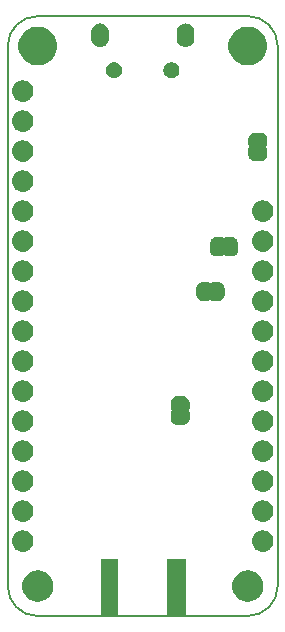
<source format=gbs>
G04 #@! TF.GenerationSoftware,KiCad,Pcbnew,(5.1.2-1)-1*
G04 #@! TF.CreationDate,2019-07-04T12:10:22+02:00*
G04 #@! TF.ProjectId,TLM-breakout-v1_2,544c4d2d-6272-4656-916b-6f75742d7631,1.1*
G04 #@! TF.SameCoordinates,Original*
G04 #@! TF.FileFunction,Soldermask,Bot*
G04 #@! TF.FilePolarity,Negative*
%FSLAX46Y46*%
G04 Gerber Fmt 4.6, Leading zero omitted, Abs format (unit mm)*
G04 Created by KiCad (PCBNEW (5.1.2-1)-1) date 2019-07-04 12:10:22*
%MOMM*%
%LPD*%
G04 APERTURE LIST*
%ADD10C,0.150000*%
%ADD11C,0.100000*%
G04 APERTURE END LIST*
D10*
X127000000Y-119380000D02*
G75*
G02X124460000Y-116840000I0J2540000D01*
G01*
X147320000Y-116840000D02*
G75*
G02X144780000Y-119380000I-2540000J0D01*
G01*
X144780000Y-68580000D02*
G75*
G02X147320000Y-71120000I0J-2540000D01*
G01*
X124460000Y-71120000D02*
G75*
G02X127000000Y-68580000I2540000J0D01*
G01*
X124460000Y-116840000D02*
X124460000Y-71120000D01*
X144780000Y-119380000D02*
X127000000Y-119380000D01*
X147320000Y-71120000D02*
X147320000Y-116840000D01*
X127000000Y-68580000D02*
X144780000Y-68580000D01*
D11*
G36*
X139516000Y-119391000D02*
G01*
X137914000Y-119391000D01*
X137914000Y-114589000D01*
X139516000Y-114589000D01*
X139516000Y-119391000D01*
X139516000Y-119391000D01*
G37*
G36*
X133791000Y-119391000D02*
G01*
X132339000Y-119391000D01*
X132339000Y-114589000D01*
X133791000Y-114589000D01*
X133791000Y-119391000D01*
X133791000Y-119391000D01*
G37*
G36*
X145037714Y-115540382D02*
G01*
X145165322Y-115565765D01*
X145306148Y-115624097D01*
X145405727Y-115665344D01*
X145405728Y-115665345D01*
X145622089Y-115809912D01*
X145806088Y-115993911D01*
X145902685Y-116138479D01*
X145950656Y-116210273D01*
X145991903Y-116309852D01*
X146050235Y-116450678D01*
X146101000Y-116705893D01*
X146101000Y-116966107D01*
X146050235Y-117221322D01*
X145991903Y-117362148D01*
X145950656Y-117461727D01*
X145950655Y-117461728D01*
X145806088Y-117678089D01*
X145622089Y-117862088D01*
X145477521Y-117958685D01*
X145405727Y-118006656D01*
X145306148Y-118047903D01*
X145165322Y-118106235D01*
X145037715Y-118131617D01*
X144910109Y-118157000D01*
X144649891Y-118157000D01*
X144522285Y-118131617D01*
X144394678Y-118106235D01*
X144253852Y-118047903D01*
X144154273Y-118006656D01*
X144082479Y-117958685D01*
X143937911Y-117862088D01*
X143753912Y-117678089D01*
X143609345Y-117461728D01*
X143609344Y-117461727D01*
X143568097Y-117362148D01*
X143509765Y-117221322D01*
X143459000Y-116966107D01*
X143459000Y-116705893D01*
X143509765Y-116450678D01*
X143568097Y-116309852D01*
X143609344Y-116210273D01*
X143657315Y-116138479D01*
X143753912Y-115993911D01*
X143937911Y-115809912D01*
X144154272Y-115665345D01*
X144154273Y-115665344D01*
X144253852Y-115624097D01*
X144394678Y-115565765D01*
X144522286Y-115540382D01*
X144649891Y-115515000D01*
X144910109Y-115515000D01*
X145037714Y-115540382D01*
X145037714Y-115540382D01*
G37*
G36*
X127257714Y-115540382D02*
G01*
X127385322Y-115565765D01*
X127526148Y-115624097D01*
X127625727Y-115665344D01*
X127625728Y-115665345D01*
X127842089Y-115809912D01*
X128026088Y-115993911D01*
X128122685Y-116138479D01*
X128170656Y-116210273D01*
X128211903Y-116309852D01*
X128270235Y-116450678D01*
X128321000Y-116705893D01*
X128321000Y-116966107D01*
X128270235Y-117221322D01*
X128211903Y-117362148D01*
X128170656Y-117461727D01*
X128170655Y-117461728D01*
X128026088Y-117678089D01*
X127842089Y-117862088D01*
X127697521Y-117958685D01*
X127625727Y-118006656D01*
X127526148Y-118047903D01*
X127385322Y-118106235D01*
X127257715Y-118131617D01*
X127130109Y-118157000D01*
X126869891Y-118157000D01*
X126742285Y-118131617D01*
X126614678Y-118106235D01*
X126473852Y-118047903D01*
X126374273Y-118006656D01*
X126302479Y-117958685D01*
X126157911Y-117862088D01*
X125973912Y-117678089D01*
X125829345Y-117461728D01*
X125829344Y-117461727D01*
X125788097Y-117362148D01*
X125729765Y-117221322D01*
X125679000Y-116966107D01*
X125679000Y-116705893D01*
X125729765Y-116450678D01*
X125788097Y-116309852D01*
X125829344Y-116210273D01*
X125877315Y-116138479D01*
X125973912Y-115993911D01*
X126157911Y-115809912D01*
X126374272Y-115665345D01*
X126374273Y-115665344D01*
X126473852Y-115624097D01*
X126614678Y-115565765D01*
X126742286Y-115540382D01*
X126869891Y-115515000D01*
X127130109Y-115515000D01*
X127257714Y-115540382D01*
X127257714Y-115540382D01*
G37*
G36*
X146160443Y-112131519D02*
G01*
X146226627Y-112138037D01*
X146396466Y-112189557D01*
X146552991Y-112273222D01*
X146588729Y-112302552D01*
X146690186Y-112385814D01*
X146773448Y-112487271D01*
X146802778Y-112523009D01*
X146886443Y-112679534D01*
X146937963Y-112849373D01*
X146955359Y-113026000D01*
X146937963Y-113202627D01*
X146886443Y-113372466D01*
X146802778Y-113528991D01*
X146773448Y-113564729D01*
X146690186Y-113666186D01*
X146588729Y-113749448D01*
X146552991Y-113778778D01*
X146396466Y-113862443D01*
X146226627Y-113913963D01*
X146160443Y-113920481D01*
X146094260Y-113927000D01*
X146005740Y-113927000D01*
X145939557Y-113920481D01*
X145873373Y-113913963D01*
X145703534Y-113862443D01*
X145547009Y-113778778D01*
X145511271Y-113749448D01*
X145409814Y-113666186D01*
X145326552Y-113564729D01*
X145297222Y-113528991D01*
X145213557Y-113372466D01*
X145162037Y-113202627D01*
X145144641Y-113026000D01*
X145162037Y-112849373D01*
X145213557Y-112679534D01*
X145297222Y-112523009D01*
X145326552Y-112487271D01*
X145409814Y-112385814D01*
X145511271Y-112302552D01*
X145547009Y-112273222D01*
X145703534Y-112189557D01*
X145873373Y-112138037D01*
X145939557Y-112131519D01*
X146005740Y-112125000D01*
X146094260Y-112125000D01*
X146160443Y-112131519D01*
X146160443Y-112131519D01*
G37*
G36*
X125840443Y-112131519D02*
G01*
X125906627Y-112138037D01*
X126076466Y-112189557D01*
X126232991Y-112273222D01*
X126268729Y-112302552D01*
X126370186Y-112385814D01*
X126453448Y-112487271D01*
X126482778Y-112523009D01*
X126566443Y-112679534D01*
X126617963Y-112849373D01*
X126635359Y-113026000D01*
X126617963Y-113202627D01*
X126566443Y-113372466D01*
X126482778Y-113528991D01*
X126453448Y-113564729D01*
X126370186Y-113666186D01*
X126268729Y-113749448D01*
X126232991Y-113778778D01*
X126076466Y-113862443D01*
X125906627Y-113913963D01*
X125840443Y-113920481D01*
X125774260Y-113927000D01*
X125685740Y-113927000D01*
X125619557Y-113920481D01*
X125553373Y-113913963D01*
X125383534Y-113862443D01*
X125227009Y-113778778D01*
X125191271Y-113749448D01*
X125089814Y-113666186D01*
X125006552Y-113564729D01*
X124977222Y-113528991D01*
X124893557Y-113372466D01*
X124842037Y-113202627D01*
X124824641Y-113026000D01*
X124842037Y-112849373D01*
X124893557Y-112679534D01*
X124977222Y-112523009D01*
X125006552Y-112487271D01*
X125089814Y-112385814D01*
X125191271Y-112302552D01*
X125227009Y-112273222D01*
X125383534Y-112189557D01*
X125553373Y-112138037D01*
X125619557Y-112131519D01*
X125685740Y-112125000D01*
X125774260Y-112125000D01*
X125840443Y-112131519D01*
X125840443Y-112131519D01*
G37*
G36*
X146160442Y-109591518D02*
G01*
X146226627Y-109598037D01*
X146396466Y-109649557D01*
X146552991Y-109733222D01*
X146588729Y-109762552D01*
X146690186Y-109845814D01*
X146773448Y-109947271D01*
X146802778Y-109983009D01*
X146886443Y-110139534D01*
X146937963Y-110309373D01*
X146955359Y-110486000D01*
X146937963Y-110662627D01*
X146886443Y-110832466D01*
X146802778Y-110988991D01*
X146773448Y-111024729D01*
X146690186Y-111126186D01*
X146588729Y-111209448D01*
X146552991Y-111238778D01*
X146396466Y-111322443D01*
X146226627Y-111373963D01*
X146160443Y-111380481D01*
X146094260Y-111387000D01*
X146005740Y-111387000D01*
X145939557Y-111380481D01*
X145873373Y-111373963D01*
X145703534Y-111322443D01*
X145547009Y-111238778D01*
X145511271Y-111209448D01*
X145409814Y-111126186D01*
X145326552Y-111024729D01*
X145297222Y-110988991D01*
X145213557Y-110832466D01*
X145162037Y-110662627D01*
X145144641Y-110486000D01*
X145162037Y-110309373D01*
X145213557Y-110139534D01*
X145297222Y-109983009D01*
X145326552Y-109947271D01*
X145409814Y-109845814D01*
X145511271Y-109762552D01*
X145547009Y-109733222D01*
X145703534Y-109649557D01*
X145873373Y-109598037D01*
X145939558Y-109591518D01*
X146005740Y-109585000D01*
X146094260Y-109585000D01*
X146160442Y-109591518D01*
X146160442Y-109591518D01*
G37*
G36*
X125840442Y-109591518D02*
G01*
X125906627Y-109598037D01*
X126076466Y-109649557D01*
X126232991Y-109733222D01*
X126268729Y-109762552D01*
X126370186Y-109845814D01*
X126453448Y-109947271D01*
X126482778Y-109983009D01*
X126566443Y-110139534D01*
X126617963Y-110309373D01*
X126635359Y-110486000D01*
X126617963Y-110662627D01*
X126566443Y-110832466D01*
X126482778Y-110988991D01*
X126453448Y-111024729D01*
X126370186Y-111126186D01*
X126268729Y-111209448D01*
X126232991Y-111238778D01*
X126076466Y-111322443D01*
X125906627Y-111373963D01*
X125840443Y-111380481D01*
X125774260Y-111387000D01*
X125685740Y-111387000D01*
X125619557Y-111380481D01*
X125553373Y-111373963D01*
X125383534Y-111322443D01*
X125227009Y-111238778D01*
X125191271Y-111209448D01*
X125089814Y-111126186D01*
X125006552Y-111024729D01*
X124977222Y-110988991D01*
X124893557Y-110832466D01*
X124842037Y-110662627D01*
X124824641Y-110486000D01*
X124842037Y-110309373D01*
X124893557Y-110139534D01*
X124977222Y-109983009D01*
X125006552Y-109947271D01*
X125089814Y-109845814D01*
X125191271Y-109762552D01*
X125227009Y-109733222D01*
X125383534Y-109649557D01*
X125553373Y-109598037D01*
X125619558Y-109591518D01*
X125685740Y-109585000D01*
X125774260Y-109585000D01*
X125840442Y-109591518D01*
X125840442Y-109591518D01*
G37*
G36*
X146160443Y-107051519D02*
G01*
X146226627Y-107058037D01*
X146396466Y-107109557D01*
X146552991Y-107193222D01*
X146588729Y-107222552D01*
X146690186Y-107305814D01*
X146773448Y-107407271D01*
X146802778Y-107443009D01*
X146886443Y-107599534D01*
X146937963Y-107769373D01*
X146955359Y-107946000D01*
X146937963Y-108122627D01*
X146886443Y-108292466D01*
X146802778Y-108448991D01*
X146773448Y-108484729D01*
X146690186Y-108586186D01*
X146588729Y-108669448D01*
X146552991Y-108698778D01*
X146396466Y-108782443D01*
X146226627Y-108833963D01*
X146160443Y-108840481D01*
X146094260Y-108847000D01*
X146005740Y-108847000D01*
X145939557Y-108840481D01*
X145873373Y-108833963D01*
X145703534Y-108782443D01*
X145547009Y-108698778D01*
X145511271Y-108669448D01*
X145409814Y-108586186D01*
X145326552Y-108484729D01*
X145297222Y-108448991D01*
X145213557Y-108292466D01*
X145162037Y-108122627D01*
X145144641Y-107946000D01*
X145162037Y-107769373D01*
X145213557Y-107599534D01*
X145297222Y-107443009D01*
X145326552Y-107407271D01*
X145409814Y-107305814D01*
X145511271Y-107222552D01*
X145547009Y-107193222D01*
X145703534Y-107109557D01*
X145873373Y-107058037D01*
X145939557Y-107051519D01*
X146005740Y-107045000D01*
X146094260Y-107045000D01*
X146160443Y-107051519D01*
X146160443Y-107051519D01*
G37*
G36*
X125840443Y-107051519D02*
G01*
X125906627Y-107058037D01*
X126076466Y-107109557D01*
X126232991Y-107193222D01*
X126268729Y-107222552D01*
X126370186Y-107305814D01*
X126453448Y-107407271D01*
X126482778Y-107443009D01*
X126566443Y-107599534D01*
X126617963Y-107769373D01*
X126635359Y-107946000D01*
X126617963Y-108122627D01*
X126566443Y-108292466D01*
X126482778Y-108448991D01*
X126453448Y-108484729D01*
X126370186Y-108586186D01*
X126268729Y-108669448D01*
X126232991Y-108698778D01*
X126076466Y-108782443D01*
X125906627Y-108833963D01*
X125840443Y-108840481D01*
X125774260Y-108847000D01*
X125685740Y-108847000D01*
X125619557Y-108840481D01*
X125553373Y-108833963D01*
X125383534Y-108782443D01*
X125227009Y-108698778D01*
X125191271Y-108669448D01*
X125089814Y-108586186D01*
X125006552Y-108484729D01*
X124977222Y-108448991D01*
X124893557Y-108292466D01*
X124842037Y-108122627D01*
X124824641Y-107946000D01*
X124842037Y-107769373D01*
X124893557Y-107599534D01*
X124977222Y-107443009D01*
X125006552Y-107407271D01*
X125089814Y-107305814D01*
X125191271Y-107222552D01*
X125227009Y-107193222D01*
X125383534Y-107109557D01*
X125553373Y-107058037D01*
X125619557Y-107051519D01*
X125685740Y-107045000D01*
X125774260Y-107045000D01*
X125840443Y-107051519D01*
X125840443Y-107051519D01*
G37*
G36*
X146160443Y-104511519D02*
G01*
X146226627Y-104518037D01*
X146396466Y-104569557D01*
X146552991Y-104653222D01*
X146588729Y-104682552D01*
X146690186Y-104765814D01*
X146773448Y-104867271D01*
X146802778Y-104903009D01*
X146886443Y-105059534D01*
X146937963Y-105229373D01*
X146955359Y-105406000D01*
X146937963Y-105582627D01*
X146886443Y-105752466D01*
X146802778Y-105908991D01*
X146773448Y-105944729D01*
X146690186Y-106046186D01*
X146588729Y-106129448D01*
X146552991Y-106158778D01*
X146396466Y-106242443D01*
X146226627Y-106293963D01*
X146160442Y-106300482D01*
X146094260Y-106307000D01*
X146005740Y-106307000D01*
X145939558Y-106300482D01*
X145873373Y-106293963D01*
X145703534Y-106242443D01*
X145547009Y-106158778D01*
X145511271Y-106129448D01*
X145409814Y-106046186D01*
X145326552Y-105944729D01*
X145297222Y-105908991D01*
X145213557Y-105752466D01*
X145162037Y-105582627D01*
X145144641Y-105406000D01*
X145162037Y-105229373D01*
X145213557Y-105059534D01*
X145297222Y-104903009D01*
X145326552Y-104867271D01*
X145409814Y-104765814D01*
X145511271Y-104682552D01*
X145547009Y-104653222D01*
X145703534Y-104569557D01*
X145873373Y-104518037D01*
X145939558Y-104511518D01*
X146005740Y-104505000D01*
X146094260Y-104505000D01*
X146160443Y-104511519D01*
X146160443Y-104511519D01*
G37*
G36*
X125840443Y-104511519D02*
G01*
X125906627Y-104518037D01*
X126076466Y-104569557D01*
X126232991Y-104653222D01*
X126268729Y-104682552D01*
X126370186Y-104765814D01*
X126453448Y-104867271D01*
X126482778Y-104903009D01*
X126566443Y-105059534D01*
X126617963Y-105229373D01*
X126635359Y-105406000D01*
X126617963Y-105582627D01*
X126566443Y-105752466D01*
X126482778Y-105908991D01*
X126453448Y-105944729D01*
X126370186Y-106046186D01*
X126268729Y-106129448D01*
X126232991Y-106158778D01*
X126076466Y-106242443D01*
X125906627Y-106293963D01*
X125840442Y-106300482D01*
X125774260Y-106307000D01*
X125685740Y-106307000D01*
X125619558Y-106300482D01*
X125553373Y-106293963D01*
X125383534Y-106242443D01*
X125227009Y-106158778D01*
X125191271Y-106129448D01*
X125089814Y-106046186D01*
X125006552Y-105944729D01*
X124977222Y-105908991D01*
X124893557Y-105752466D01*
X124842037Y-105582627D01*
X124824641Y-105406000D01*
X124842037Y-105229373D01*
X124893557Y-105059534D01*
X124977222Y-104903009D01*
X125006552Y-104867271D01*
X125089814Y-104765814D01*
X125191271Y-104682552D01*
X125227009Y-104653222D01*
X125383534Y-104569557D01*
X125553373Y-104518037D01*
X125619558Y-104511518D01*
X125685740Y-104505000D01*
X125774260Y-104505000D01*
X125840443Y-104511519D01*
X125840443Y-104511519D01*
G37*
G36*
X146160442Y-101971518D02*
G01*
X146226627Y-101978037D01*
X146396466Y-102029557D01*
X146552991Y-102113222D01*
X146588729Y-102142552D01*
X146690186Y-102225814D01*
X146773448Y-102327271D01*
X146802778Y-102363009D01*
X146886443Y-102519534D01*
X146937963Y-102689373D01*
X146955359Y-102866000D01*
X146937963Y-103042627D01*
X146886443Y-103212466D01*
X146802778Y-103368991D01*
X146773448Y-103404729D01*
X146690186Y-103506186D01*
X146588729Y-103589448D01*
X146552991Y-103618778D01*
X146396466Y-103702443D01*
X146226627Y-103753963D01*
X146160443Y-103760481D01*
X146094260Y-103767000D01*
X146005740Y-103767000D01*
X145939557Y-103760481D01*
X145873373Y-103753963D01*
X145703534Y-103702443D01*
X145547009Y-103618778D01*
X145511271Y-103589448D01*
X145409814Y-103506186D01*
X145326552Y-103404729D01*
X145297222Y-103368991D01*
X145213557Y-103212466D01*
X145162037Y-103042627D01*
X145144641Y-102866000D01*
X145162037Y-102689373D01*
X145213557Y-102519534D01*
X145297222Y-102363009D01*
X145326552Y-102327271D01*
X145409814Y-102225814D01*
X145511271Y-102142552D01*
X145547009Y-102113222D01*
X145703534Y-102029557D01*
X145873373Y-101978037D01*
X145939558Y-101971518D01*
X146005740Y-101965000D01*
X146094260Y-101965000D01*
X146160442Y-101971518D01*
X146160442Y-101971518D01*
G37*
G36*
X125840442Y-101971518D02*
G01*
X125906627Y-101978037D01*
X126076466Y-102029557D01*
X126232991Y-102113222D01*
X126268729Y-102142552D01*
X126370186Y-102225814D01*
X126453448Y-102327271D01*
X126482778Y-102363009D01*
X126566443Y-102519534D01*
X126617963Y-102689373D01*
X126635359Y-102866000D01*
X126617963Y-103042627D01*
X126566443Y-103212466D01*
X126482778Y-103368991D01*
X126453448Y-103404729D01*
X126370186Y-103506186D01*
X126268729Y-103589448D01*
X126232991Y-103618778D01*
X126076466Y-103702443D01*
X125906627Y-103753963D01*
X125840443Y-103760481D01*
X125774260Y-103767000D01*
X125685740Y-103767000D01*
X125619557Y-103760481D01*
X125553373Y-103753963D01*
X125383534Y-103702443D01*
X125227009Y-103618778D01*
X125191271Y-103589448D01*
X125089814Y-103506186D01*
X125006552Y-103404729D01*
X124977222Y-103368991D01*
X124893557Y-103212466D01*
X124842037Y-103042627D01*
X124824641Y-102866000D01*
X124842037Y-102689373D01*
X124893557Y-102519534D01*
X124977222Y-102363009D01*
X125006552Y-102327271D01*
X125089814Y-102225814D01*
X125191271Y-102142552D01*
X125227009Y-102113222D01*
X125383534Y-102029557D01*
X125553373Y-101978037D01*
X125619558Y-101971518D01*
X125685740Y-101965000D01*
X125774260Y-101965000D01*
X125840442Y-101971518D01*
X125840442Y-101971518D01*
G37*
G36*
X139322199Y-100769954D02*
G01*
X139334450Y-100770556D01*
X139352869Y-100770556D01*
X139375149Y-100772750D01*
X139459233Y-100789476D01*
X139480660Y-100795976D01*
X139559858Y-100828780D01*
X139565303Y-100831691D01*
X139565309Y-100831693D01*
X139574169Y-100836429D01*
X139574173Y-100836432D01*
X139579614Y-100839340D01*
X139650899Y-100886971D01*
X139668204Y-100901172D01*
X139728828Y-100961796D01*
X139743029Y-100979101D01*
X139790660Y-101050386D01*
X139793568Y-101055827D01*
X139793571Y-101055831D01*
X139798307Y-101064691D01*
X139798309Y-101064697D01*
X139801220Y-101070142D01*
X139834024Y-101149340D01*
X139840524Y-101170767D01*
X139857250Y-101254851D01*
X139859444Y-101277131D01*
X139859444Y-101295550D01*
X139860046Y-101307801D01*
X139861852Y-101326139D01*
X139861852Y-101813860D01*
X139860263Y-101829999D01*
X139857348Y-101839608D01*
X139852610Y-101848472D01*
X139846237Y-101856237D01*
X139833794Y-101866448D01*
X139823425Y-101873378D01*
X139806098Y-101890705D01*
X139792485Y-101911080D01*
X139783109Y-101933720D01*
X139778329Y-101957753D01*
X139778330Y-101982257D01*
X139783112Y-102006290D01*
X139792490Y-102028929D01*
X139806105Y-102049302D01*
X139823432Y-102066629D01*
X139833802Y-102073558D01*
X139846237Y-102083763D01*
X139852610Y-102091528D01*
X139857348Y-102100392D01*
X139860263Y-102110001D01*
X139861852Y-102126140D01*
X139861852Y-102613862D01*
X139860046Y-102632199D01*
X139859444Y-102644450D01*
X139859444Y-102662869D01*
X139857250Y-102685149D01*
X139840524Y-102769233D01*
X139834024Y-102790660D01*
X139801220Y-102869858D01*
X139798309Y-102875303D01*
X139798307Y-102875309D01*
X139793571Y-102884169D01*
X139793568Y-102884173D01*
X139790660Y-102889614D01*
X139743029Y-102960899D01*
X139728828Y-102978204D01*
X139668204Y-103038828D01*
X139650899Y-103053029D01*
X139579614Y-103100660D01*
X139574173Y-103103568D01*
X139574169Y-103103571D01*
X139565309Y-103108307D01*
X139565303Y-103108309D01*
X139559858Y-103111220D01*
X139480660Y-103144024D01*
X139459233Y-103150524D01*
X139375149Y-103167250D01*
X139352869Y-103169444D01*
X139334450Y-103169444D01*
X139322199Y-103170046D01*
X139303862Y-103171852D01*
X138816138Y-103171852D01*
X138797801Y-103170046D01*
X138785550Y-103169444D01*
X138767131Y-103169444D01*
X138744851Y-103167250D01*
X138660767Y-103150524D01*
X138639340Y-103144024D01*
X138560142Y-103111220D01*
X138554697Y-103108309D01*
X138554691Y-103108307D01*
X138545831Y-103103571D01*
X138545827Y-103103568D01*
X138540386Y-103100660D01*
X138469101Y-103053029D01*
X138451796Y-103038828D01*
X138391172Y-102978204D01*
X138376971Y-102960899D01*
X138329340Y-102889614D01*
X138326432Y-102884173D01*
X138326429Y-102884169D01*
X138321693Y-102875309D01*
X138321691Y-102875303D01*
X138318780Y-102869858D01*
X138285976Y-102790660D01*
X138279476Y-102769233D01*
X138262750Y-102685149D01*
X138260556Y-102662869D01*
X138260556Y-102644450D01*
X138259954Y-102632199D01*
X138258148Y-102613862D01*
X138258148Y-102126140D01*
X138259737Y-102110001D01*
X138262652Y-102100392D01*
X138267390Y-102091528D01*
X138273763Y-102083763D01*
X138286206Y-102073552D01*
X138296575Y-102066622D01*
X138313902Y-102049295D01*
X138327515Y-102028920D01*
X138336891Y-102006280D01*
X138341671Y-101982247D01*
X138341670Y-101957743D01*
X138336888Y-101933710D01*
X138327510Y-101911071D01*
X138313895Y-101890698D01*
X138296568Y-101873371D01*
X138286198Y-101866442D01*
X138273763Y-101856237D01*
X138267390Y-101848472D01*
X138262652Y-101839608D01*
X138259737Y-101829999D01*
X138258148Y-101813860D01*
X138258148Y-101326139D01*
X138259954Y-101307801D01*
X138260556Y-101295550D01*
X138260556Y-101277131D01*
X138262750Y-101254851D01*
X138279476Y-101170767D01*
X138285976Y-101149340D01*
X138318780Y-101070142D01*
X138321691Y-101064697D01*
X138321693Y-101064691D01*
X138326429Y-101055831D01*
X138326432Y-101055827D01*
X138329340Y-101050386D01*
X138376971Y-100979101D01*
X138391172Y-100961796D01*
X138451796Y-100901172D01*
X138469101Y-100886971D01*
X138540386Y-100839340D01*
X138545827Y-100836432D01*
X138545831Y-100836429D01*
X138554691Y-100831693D01*
X138554697Y-100831691D01*
X138560142Y-100828780D01*
X138639340Y-100795976D01*
X138660767Y-100789476D01*
X138744851Y-100772750D01*
X138767131Y-100770556D01*
X138785550Y-100770556D01*
X138797801Y-100769954D01*
X138816139Y-100768148D01*
X139303861Y-100768148D01*
X139322199Y-100769954D01*
X139322199Y-100769954D01*
G37*
G36*
X146160443Y-99431519D02*
G01*
X146226627Y-99438037D01*
X146396466Y-99489557D01*
X146552991Y-99573222D01*
X146588729Y-99602552D01*
X146690186Y-99685814D01*
X146773448Y-99787271D01*
X146802778Y-99823009D01*
X146886443Y-99979534D01*
X146937963Y-100149373D01*
X146955359Y-100326000D01*
X146937963Y-100502627D01*
X146886443Y-100672466D01*
X146802778Y-100828991D01*
X146773448Y-100864729D01*
X146690186Y-100966186D01*
X146588729Y-101049448D01*
X146552991Y-101078778D01*
X146396466Y-101162443D01*
X146226627Y-101213963D01*
X146160443Y-101220481D01*
X146094260Y-101227000D01*
X146005740Y-101227000D01*
X145939557Y-101220481D01*
X145873373Y-101213963D01*
X145703534Y-101162443D01*
X145547009Y-101078778D01*
X145511271Y-101049448D01*
X145409814Y-100966186D01*
X145326552Y-100864729D01*
X145297222Y-100828991D01*
X145213557Y-100672466D01*
X145162037Y-100502627D01*
X145144641Y-100326000D01*
X145162037Y-100149373D01*
X145213557Y-99979534D01*
X145297222Y-99823009D01*
X145326552Y-99787271D01*
X145409814Y-99685814D01*
X145511271Y-99602552D01*
X145547009Y-99573222D01*
X145703534Y-99489557D01*
X145873373Y-99438037D01*
X145939558Y-99431518D01*
X146005740Y-99425000D01*
X146094260Y-99425000D01*
X146160443Y-99431519D01*
X146160443Y-99431519D01*
G37*
G36*
X125840443Y-99431519D02*
G01*
X125906627Y-99438037D01*
X126076466Y-99489557D01*
X126232991Y-99573222D01*
X126268729Y-99602552D01*
X126370186Y-99685814D01*
X126453448Y-99787271D01*
X126482778Y-99823009D01*
X126566443Y-99979534D01*
X126617963Y-100149373D01*
X126635359Y-100326000D01*
X126617963Y-100502627D01*
X126566443Y-100672466D01*
X126482778Y-100828991D01*
X126453448Y-100864729D01*
X126370186Y-100966186D01*
X126268729Y-101049448D01*
X126232991Y-101078778D01*
X126076466Y-101162443D01*
X125906627Y-101213963D01*
X125840443Y-101220481D01*
X125774260Y-101227000D01*
X125685740Y-101227000D01*
X125619557Y-101220481D01*
X125553373Y-101213963D01*
X125383534Y-101162443D01*
X125227009Y-101078778D01*
X125191271Y-101049448D01*
X125089814Y-100966186D01*
X125006552Y-100864729D01*
X124977222Y-100828991D01*
X124893557Y-100672466D01*
X124842037Y-100502627D01*
X124824641Y-100326000D01*
X124842037Y-100149373D01*
X124893557Y-99979534D01*
X124977222Y-99823009D01*
X125006552Y-99787271D01*
X125089814Y-99685814D01*
X125191271Y-99602552D01*
X125227009Y-99573222D01*
X125383534Y-99489557D01*
X125553373Y-99438037D01*
X125619558Y-99431518D01*
X125685740Y-99425000D01*
X125774260Y-99425000D01*
X125840443Y-99431519D01*
X125840443Y-99431519D01*
G37*
G36*
X146160442Y-96891518D02*
G01*
X146226627Y-96898037D01*
X146396466Y-96949557D01*
X146552991Y-97033222D01*
X146588729Y-97062552D01*
X146690186Y-97145814D01*
X146773448Y-97247271D01*
X146802778Y-97283009D01*
X146886443Y-97439534D01*
X146937963Y-97609373D01*
X146955359Y-97786000D01*
X146937963Y-97962627D01*
X146886443Y-98132466D01*
X146802778Y-98288991D01*
X146773448Y-98324729D01*
X146690186Y-98426186D01*
X146588729Y-98509448D01*
X146552991Y-98538778D01*
X146396466Y-98622443D01*
X146226627Y-98673963D01*
X146160442Y-98680482D01*
X146094260Y-98687000D01*
X146005740Y-98687000D01*
X145939558Y-98680482D01*
X145873373Y-98673963D01*
X145703534Y-98622443D01*
X145547009Y-98538778D01*
X145511271Y-98509448D01*
X145409814Y-98426186D01*
X145326552Y-98324729D01*
X145297222Y-98288991D01*
X145213557Y-98132466D01*
X145162037Y-97962627D01*
X145144641Y-97786000D01*
X145162037Y-97609373D01*
X145213557Y-97439534D01*
X145297222Y-97283009D01*
X145326552Y-97247271D01*
X145409814Y-97145814D01*
X145511271Y-97062552D01*
X145547009Y-97033222D01*
X145703534Y-96949557D01*
X145873373Y-96898037D01*
X145939558Y-96891518D01*
X146005740Y-96885000D01*
X146094260Y-96885000D01*
X146160442Y-96891518D01*
X146160442Y-96891518D01*
G37*
G36*
X125840442Y-96891518D02*
G01*
X125906627Y-96898037D01*
X126076466Y-96949557D01*
X126232991Y-97033222D01*
X126268729Y-97062552D01*
X126370186Y-97145814D01*
X126453448Y-97247271D01*
X126482778Y-97283009D01*
X126566443Y-97439534D01*
X126617963Y-97609373D01*
X126635359Y-97786000D01*
X126617963Y-97962627D01*
X126566443Y-98132466D01*
X126482778Y-98288991D01*
X126453448Y-98324729D01*
X126370186Y-98426186D01*
X126268729Y-98509448D01*
X126232991Y-98538778D01*
X126076466Y-98622443D01*
X125906627Y-98673963D01*
X125840442Y-98680482D01*
X125774260Y-98687000D01*
X125685740Y-98687000D01*
X125619558Y-98680482D01*
X125553373Y-98673963D01*
X125383534Y-98622443D01*
X125227009Y-98538778D01*
X125191271Y-98509448D01*
X125089814Y-98426186D01*
X125006552Y-98324729D01*
X124977222Y-98288991D01*
X124893557Y-98132466D01*
X124842037Y-97962627D01*
X124824641Y-97786000D01*
X124842037Y-97609373D01*
X124893557Y-97439534D01*
X124977222Y-97283009D01*
X125006552Y-97247271D01*
X125089814Y-97145814D01*
X125191271Y-97062552D01*
X125227009Y-97033222D01*
X125383534Y-96949557D01*
X125553373Y-96898037D01*
X125619558Y-96891518D01*
X125685740Y-96885000D01*
X125774260Y-96885000D01*
X125840442Y-96891518D01*
X125840442Y-96891518D01*
G37*
G36*
X146160443Y-94351519D02*
G01*
X146226627Y-94358037D01*
X146396466Y-94409557D01*
X146552991Y-94493222D01*
X146588729Y-94522552D01*
X146690186Y-94605814D01*
X146773448Y-94707271D01*
X146802778Y-94743009D01*
X146886443Y-94899534D01*
X146937963Y-95069373D01*
X146955359Y-95246000D01*
X146937963Y-95422627D01*
X146886443Y-95592466D01*
X146802778Y-95748991D01*
X146773448Y-95784729D01*
X146690186Y-95886186D01*
X146588729Y-95969448D01*
X146552991Y-95998778D01*
X146396466Y-96082443D01*
X146226627Y-96133963D01*
X146160442Y-96140482D01*
X146094260Y-96147000D01*
X146005740Y-96147000D01*
X145939558Y-96140482D01*
X145873373Y-96133963D01*
X145703534Y-96082443D01*
X145547009Y-95998778D01*
X145511271Y-95969448D01*
X145409814Y-95886186D01*
X145326552Y-95784729D01*
X145297222Y-95748991D01*
X145213557Y-95592466D01*
X145162037Y-95422627D01*
X145144641Y-95246000D01*
X145162037Y-95069373D01*
X145213557Y-94899534D01*
X145297222Y-94743009D01*
X145326552Y-94707271D01*
X145409814Y-94605814D01*
X145511271Y-94522552D01*
X145547009Y-94493222D01*
X145703534Y-94409557D01*
X145873373Y-94358037D01*
X145939557Y-94351519D01*
X146005740Y-94345000D01*
X146094260Y-94345000D01*
X146160443Y-94351519D01*
X146160443Y-94351519D01*
G37*
G36*
X125840443Y-94351519D02*
G01*
X125906627Y-94358037D01*
X126076466Y-94409557D01*
X126232991Y-94493222D01*
X126268729Y-94522552D01*
X126370186Y-94605814D01*
X126453448Y-94707271D01*
X126482778Y-94743009D01*
X126566443Y-94899534D01*
X126617963Y-95069373D01*
X126635359Y-95246000D01*
X126617963Y-95422627D01*
X126566443Y-95592466D01*
X126482778Y-95748991D01*
X126453448Y-95784729D01*
X126370186Y-95886186D01*
X126268729Y-95969448D01*
X126232991Y-95998778D01*
X126076466Y-96082443D01*
X125906627Y-96133963D01*
X125840442Y-96140482D01*
X125774260Y-96147000D01*
X125685740Y-96147000D01*
X125619558Y-96140482D01*
X125553373Y-96133963D01*
X125383534Y-96082443D01*
X125227009Y-95998778D01*
X125191271Y-95969448D01*
X125089814Y-95886186D01*
X125006552Y-95784729D01*
X124977222Y-95748991D01*
X124893557Y-95592466D01*
X124842037Y-95422627D01*
X124824641Y-95246000D01*
X124842037Y-95069373D01*
X124893557Y-94899534D01*
X124977222Y-94743009D01*
X125006552Y-94707271D01*
X125089814Y-94605814D01*
X125191271Y-94522552D01*
X125227009Y-94493222D01*
X125383534Y-94409557D01*
X125553373Y-94358037D01*
X125619557Y-94351519D01*
X125685740Y-94345000D01*
X125774260Y-94345000D01*
X125840443Y-94351519D01*
X125840443Y-94351519D01*
G37*
G36*
X146160442Y-91811518D02*
G01*
X146226627Y-91818037D01*
X146396466Y-91869557D01*
X146552991Y-91953222D01*
X146588729Y-91982552D01*
X146690186Y-92065814D01*
X146767480Y-92159998D01*
X146802778Y-92203009D01*
X146886443Y-92359534D01*
X146937963Y-92529373D01*
X146955359Y-92706000D01*
X146937963Y-92882627D01*
X146886443Y-93052466D01*
X146802778Y-93208991D01*
X146773448Y-93244729D01*
X146690186Y-93346186D01*
X146588729Y-93429448D01*
X146552991Y-93458778D01*
X146396466Y-93542443D01*
X146226627Y-93593963D01*
X146160442Y-93600482D01*
X146094260Y-93607000D01*
X146005740Y-93607000D01*
X145939557Y-93600481D01*
X145873373Y-93593963D01*
X145703534Y-93542443D01*
X145547009Y-93458778D01*
X145511271Y-93429448D01*
X145409814Y-93346186D01*
X145326552Y-93244729D01*
X145297222Y-93208991D01*
X145213557Y-93052466D01*
X145162037Y-92882627D01*
X145144641Y-92706000D01*
X145162037Y-92529373D01*
X145213557Y-92359534D01*
X145297222Y-92203009D01*
X145332520Y-92159998D01*
X145409814Y-92065814D01*
X145511271Y-91982552D01*
X145547009Y-91953222D01*
X145703534Y-91869557D01*
X145873373Y-91818037D01*
X145939557Y-91811519D01*
X146005740Y-91805000D01*
X146094260Y-91805000D01*
X146160442Y-91811518D01*
X146160442Y-91811518D01*
G37*
G36*
X125840442Y-91811518D02*
G01*
X125906627Y-91818037D01*
X126076466Y-91869557D01*
X126232991Y-91953222D01*
X126268729Y-91982552D01*
X126370186Y-92065814D01*
X126447480Y-92159998D01*
X126482778Y-92203009D01*
X126566443Y-92359534D01*
X126617963Y-92529373D01*
X126635359Y-92706000D01*
X126617963Y-92882627D01*
X126566443Y-93052466D01*
X126482778Y-93208991D01*
X126453448Y-93244729D01*
X126370186Y-93346186D01*
X126268729Y-93429448D01*
X126232991Y-93458778D01*
X126076466Y-93542443D01*
X125906627Y-93593963D01*
X125840442Y-93600482D01*
X125774260Y-93607000D01*
X125685740Y-93607000D01*
X125619557Y-93600481D01*
X125553373Y-93593963D01*
X125383534Y-93542443D01*
X125227009Y-93458778D01*
X125191271Y-93429448D01*
X125089814Y-93346186D01*
X125006552Y-93244729D01*
X124977222Y-93208991D01*
X124893557Y-93052466D01*
X124842037Y-92882627D01*
X124824641Y-92706000D01*
X124842037Y-92529373D01*
X124893557Y-92359534D01*
X124977222Y-92203009D01*
X125012520Y-92159998D01*
X125089814Y-92065814D01*
X125191271Y-91982552D01*
X125227009Y-91953222D01*
X125383534Y-91869557D01*
X125553373Y-91818037D01*
X125619558Y-91811518D01*
X125685740Y-91805000D01*
X125774260Y-91805000D01*
X125840442Y-91811518D01*
X125840442Y-91811518D01*
G37*
G36*
X141484999Y-91099737D02*
G01*
X141494608Y-91102652D01*
X141503472Y-91107390D01*
X141511237Y-91113763D01*
X141521448Y-91126206D01*
X141528378Y-91136575D01*
X141545705Y-91153902D01*
X141566080Y-91167515D01*
X141588720Y-91176891D01*
X141612753Y-91181671D01*
X141637257Y-91181670D01*
X141661290Y-91176888D01*
X141683929Y-91167510D01*
X141704302Y-91153895D01*
X141721629Y-91136568D01*
X141728558Y-91126198D01*
X141738763Y-91113763D01*
X141746528Y-91107390D01*
X141755392Y-91102652D01*
X141765001Y-91099737D01*
X141781140Y-91098148D01*
X142268861Y-91098148D01*
X142287199Y-91099954D01*
X142299450Y-91100556D01*
X142317869Y-91100556D01*
X142340149Y-91102750D01*
X142424233Y-91119476D01*
X142445660Y-91125976D01*
X142524858Y-91158780D01*
X142530303Y-91161691D01*
X142530309Y-91161693D01*
X142539169Y-91166429D01*
X142539173Y-91166432D01*
X142544614Y-91169340D01*
X142615899Y-91216971D01*
X142633204Y-91231172D01*
X142693828Y-91291796D01*
X142708029Y-91309101D01*
X142755660Y-91380386D01*
X142758568Y-91385827D01*
X142758571Y-91385831D01*
X142763307Y-91394691D01*
X142763309Y-91394697D01*
X142766220Y-91400142D01*
X142799024Y-91479340D01*
X142805524Y-91500767D01*
X142822250Y-91584851D01*
X142824444Y-91607131D01*
X142824444Y-91625550D01*
X142825046Y-91637801D01*
X142826852Y-91656139D01*
X142826852Y-92143862D01*
X142825046Y-92162199D01*
X142824444Y-92174450D01*
X142824444Y-92192869D01*
X142822250Y-92215149D01*
X142805524Y-92299233D01*
X142799024Y-92320660D01*
X142766220Y-92399858D01*
X142763309Y-92405303D01*
X142763307Y-92405309D01*
X142758571Y-92414169D01*
X142758568Y-92414173D01*
X142755660Y-92419614D01*
X142708029Y-92490899D01*
X142693828Y-92508204D01*
X142633204Y-92568828D01*
X142615899Y-92583029D01*
X142544614Y-92630660D01*
X142539173Y-92633568D01*
X142539169Y-92633571D01*
X142530309Y-92638307D01*
X142530303Y-92638309D01*
X142524858Y-92641220D01*
X142445660Y-92674024D01*
X142424233Y-92680524D01*
X142340149Y-92697250D01*
X142317869Y-92699444D01*
X142299450Y-92699444D01*
X142287199Y-92700046D01*
X142268862Y-92701852D01*
X141781140Y-92701852D01*
X141765001Y-92700263D01*
X141755392Y-92697348D01*
X141746528Y-92692610D01*
X141738763Y-92686237D01*
X141728552Y-92673794D01*
X141721622Y-92663425D01*
X141704295Y-92646098D01*
X141683920Y-92632485D01*
X141661280Y-92623109D01*
X141637247Y-92618329D01*
X141612743Y-92618330D01*
X141588710Y-92623112D01*
X141566071Y-92632490D01*
X141545698Y-92646105D01*
X141528371Y-92663432D01*
X141521442Y-92673802D01*
X141511237Y-92686237D01*
X141503472Y-92692610D01*
X141494608Y-92697348D01*
X141484999Y-92700263D01*
X141468860Y-92701852D01*
X140981138Y-92701852D01*
X140962801Y-92700046D01*
X140950550Y-92699444D01*
X140932131Y-92699444D01*
X140909851Y-92697250D01*
X140825767Y-92680524D01*
X140804340Y-92674024D01*
X140725142Y-92641220D01*
X140719697Y-92638309D01*
X140719691Y-92638307D01*
X140710831Y-92633571D01*
X140710827Y-92633568D01*
X140705386Y-92630660D01*
X140634101Y-92583029D01*
X140616796Y-92568828D01*
X140556172Y-92508204D01*
X140541971Y-92490899D01*
X140494340Y-92419614D01*
X140491432Y-92414173D01*
X140491429Y-92414169D01*
X140486693Y-92405309D01*
X140486691Y-92405303D01*
X140483780Y-92399858D01*
X140450976Y-92320660D01*
X140444476Y-92299233D01*
X140427750Y-92215149D01*
X140425556Y-92192869D01*
X140425556Y-92174450D01*
X140424954Y-92162199D01*
X140423148Y-92143862D01*
X140423148Y-91656139D01*
X140424954Y-91637801D01*
X140425556Y-91625550D01*
X140425556Y-91607131D01*
X140427750Y-91584851D01*
X140444476Y-91500767D01*
X140450976Y-91479340D01*
X140483780Y-91400142D01*
X140486691Y-91394697D01*
X140486693Y-91394691D01*
X140491429Y-91385831D01*
X140491432Y-91385827D01*
X140494340Y-91380386D01*
X140541971Y-91309101D01*
X140556172Y-91291796D01*
X140616796Y-91231172D01*
X140634101Y-91216971D01*
X140705386Y-91169340D01*
X140710827Y-91166432D01*
X140710831Y-91166429D01*
X140719691Y-91161693D01*
X140719697Y-91161691D01*
X140725142Y-91158780D01*
X140804340Y-91125976D01*
X140825767Y-91119476D01*
X140909851Y-91102750D01*
X140932131Y-91100556D01*
X140950550Y-91100556D01*
X140962801Y-91099954D01*
X140981139Y-91098148D01*
X141468860Y-91098148D01*
X141484999Y-91099737D01*
X141484999Y-91099737D01*
G37*
G36*
X146160443Y-89271519D02*
G01*
X146226627Y-89278037D01*
X146396466Y-89329557D01*
X146552991Y-89413222D01*
X146588729Y-89442552D01*
X146690186Y-89525814D01*
X146773448Y-89627271D01*
X146802778Y-89663009D01*
X146886443Y-89819534D01*
X146937963Y-89989373D01*
X146955359Y-90166000D01*
X146937963Y-90342627D01*
X146886443Y-90512466D01*
X146802778Y-90668991D01*
X146773448Y-90704729D01*
X146690186Y-90806186D01*
X146588729Y-90889448D01*
X146552991Y-90918778D01*
X146396466Y-91002443D01*
X146226627Y-91053963D01*
X146160442Y-91060482D01*
X146094260Y-91067000D01*
X146005740Y-91067000D01*
X145939558Y-91060482D01*
X145873373Y-91053963D01*
X145703534Y-91002443D01*
X145547009Y-90918778D01*
X145511271Y-90889448D01*
X145409814Y-90806186D01*
X145326552Y-90704729D01*
X145297222Y-90668991D01*
X145213557Y-90512466D01*
X145162037Y-90342627D01*
X145144641Y-90166000D01*
X145162037Y-89989373D01*
X145213557Y-89819534D01*
X145297222Y-89663009D01*
X145326552Y-89627271D01*
X145409814Y-89525814D01*
X145511271Y-89442552D01*
X145547009Y-89413222D01*
X145703534Y-89329557D01*
X145873373Y-89278037D01*
X145939557Y-89271519D01*
X146005740Y-89265000D01*
X146094260Y-89265000D01*
X146160443Y-89271519D01*
X146160443Y-89271519D01*
G37*
G36*
X125840443Y-89271519D02*
G01*
X125906627Y-89278037D01*
X126076466Y-89329557D01*
X126232991Y-89413222D01*
X126268729Y-89442552D01*
X126370186Y-89525814D01*
X126453448Y-89627271D01*
X126482778Y-89663009D01*
X126566443Y-89819534D01*
X126617963Y-89989373D01*
X126635359Y-90166000D01*
X126617963Y-90342627D01*
X126566443Y-90512466D01*
X126482778Y-90668991D01*
X126453448Y-90704729D01*
X126370186Y-90806186D01*
X126268729Y-90889448D01*
X126232991Y-90918778D01*
X126076466Y-91002443D01*
X125906627Y-91053963D01*
X125840442Y-91060482D01*
X125774260Y-91067000D01*
X125685740Y-91067000D01*
X125619558Y-91060482D01*
X125553373Y-91053963D01*
X125383534Y-91002443D01*
X125227009Y-90918778D01*
X125191271Y-90889448D01*
X125089814Y-90806186D01*
X125006552Y-90704729D01*
X124977222Y-90668991D01*
X124893557Y-90512466D01*
X124842037Y-90342627D01*
X124824641Y-90166000D01*
X124842037Y-89989373D01*
X124893557Y-89819534D01*
X124977222Y-89663009D01*
X125006552Y-89627271D01*
X125089814Y-89525814D01*
X125191271Y-89442552D01*
X125227009Y-89413222D01*
X125383534Y-89329557D01*
X125553373Y-89278037D01*
X125619557Y-89271519D01*
X125685740Y-89265000D01*
X125774260Y-89265000D01*
X125840443Y-89271519D01*
X125840443Y-89271519D01*
G37*
G36*
X142634999Y-87299737D02*
G01*
X142644608Y-87302652D01*
X142653472Y-87307390D01*
X142661237Y-87313763D01*
X142671448Y-87326206D01*
X142678378Y-87336575D01*
X142695705Y-87353902D01*
X142716080Y-87367515D01*
X142738720Y-87376891D01*
X142762753Y-87381671D01*
X142787257Y-87381670D01*
X142811290Y-87376888D01*
X142833929Y-87367510D01*
X142854302Y-87353895D01*
X142871629Y-87336568D01*
X142878558Y-87326198D01*
X142888763Y-87313763D01*
X142896528Y-87307390D01*
X142905392Y-87302652D01*
X142915001Y-87299737D01*
X142931140Y-87298148D01*
X143418861Y-87298148D01*
X143437199Y-87299954D01*
X143449450Y-87300556D01*
X143467869Y-87300556D01*
X143490149Y-87302750D01*
X143574233Y-87319476D01*
X143595660Y-87325976D01*
X143674858Y-87358780D01*
X143680303Y-87361691D01*
X143680309Y-87361693D01*
X143689169Y-87366429D01*
X143689173Y-87366432D01*
X143694614Y-87369340D01*
X143765899Y-87416971D01*
X143783204Y-87431172D01*
X143843828Y-87491796D01*
X143858029Y-87509101D01*
X143905660Y-87580386D01*
X143908568Y-87585827D01*
X143908571Y-87585831D01*
X143913307Y-87594691D01*
X143913309Y-87594697D01*
X143916220Y-87600142D01*
X143949024Y-87679340D01*
X143955524Y-87700767D01*
X143972250Y-87784851D01*
X143974444Y-87807131D01*
X143974444Y-87825550D01*
X143975046Y-87837801D01*
X143976852Y-87856139D01*
X143976852Y-88343862D01*
X143975046Y-88362199D01*
X143974444Y-88374450D01*
X143974444Y-88392869D01*
X143972250Y-88415149D01*
X143955524Y-88499233D01*
X143949024Y-88520660D01*
X143916220Y-88599858D01*
X143913309Y-88605303D01*
X143913307Y-88605309D01*
X143908571Y-88614169D01*
X143908568Y-88614173D01*
X143905660Y-88619614D01*
X143858029Y-88690899D01*
X143843828Y-88708204D01*
X143783204Y-88768828D01*
X143765899Y-88783029D01*
X143694614Y-88830660D01*
X143689173Y-88833568D01*
X143689169Y-88833571D01*
X143680309Y-88838307D01*
X143680303Y-88838309D01*
X143674858Y-88841220D01*
X143595660Y-88874024D01*
X143574233Y-88880524D01*
X143490149Y-88897250D01*
X143467869Y-88899444D01*
X143449450Y-88899444D01*
X143437199Y-88900046D01*
X143418862Y-88901852D01*
X142931140Y-88901852D01*
X142915001Y-88900263D01*
X142905392Y-88897348D01*
X142896528Y-88892610D01*
X142888763Y-88886237D01*
X142878552Y-88873794D01*
X142871622Y-88863425D01*
X142854295Y-88846098D01*
X142833920Y-88832485D01*
X142811280Y-88823109D01*
X142787247Y-88818329D01*
X142762743Y-88818330D01*
X142738710Y-88823112D01*
X142716071Y-88832490D01*
X142695698Y-88846105D01*
X142678371Y-88863432D01*
X142671442Y-88873802D01*
X142661237Y-88886237D01*
X142653472Y-88892610D01*
X142644608Y-88897348D01*
X142634999Y-88900263D01*
X142618860Y-88901852D01*
X142131138Y-88901852D01*
X142112801Y-88900046D01*
X142100550Y-88899444D01*
X142082131Y-88899444D01*
X142059851Y-88897250D01*
X141975767Y-88880524D01*
X141954340Y-88874024D01*
X141875142Y-88841220D01*
X141869697Y-88838309D01*
X141869691Y-88838307D01*
X141860831Y-88833571D01*
X141860827Y-88833568D01*
X141855386Y-88830660D01*
X141784101Y-88783029D01*
X141766796Y-88768828D01*
X141706172Y-88708204D01*
X141691971Y-88690899D01*
X141644340Y-88619614D01*
X141641432Y-88614173D01*
X141641429Y-88614169D01*
X141636693Y-88605309D01*
X141636691Y-88605303D01*
X141633780Y-88599858D01*
X141600976Y-88520660D01*
X141594476Y-88499233D01*
X141577750Y-88415149D01*
X141575556Y-88392869D01*
X141575556Y-88374450D01*
X141574954Y-88362199D01*
X141573148Y-88343862D01*
X141573148Y-87856139D01*
X141574954Y-87837801D01*
X141575556Y-87825550D01*
X141575556Y-87807131D01*
X141577750Y-87784851D01*
X141594476Y-87700767D01*
X141600976Y-87679340D01*
X141633780Y-87600142D01*
X141636691Y-87594697D01*
X141636693Y-87594691D01*
X141641429Y-87585831D01*
X141641432Y-87585827D01*
X141644340Y-87580386D01*
X141691971Y-87509101D01*
X141706172Y-87491796D01*
X141766796Y-87431172D01*
X141784101Y-87416971D01*
X141855386Y-87369340D01*
X141860827Y-87366432D01*
X141860831Y-87366429D01*
X141869691Y-87361693D01*
X141869697Y-87361691D01*
X141875142Y-87358780D01*
X141954340Y-87325976D01*
X141975767Y-87319476D01*
X142059851Y-87302750D01*
X142082131Y-87300556D01*
X142100550Y-87300556D01*
X142112801Y-87299954D01*
X142131139Y-87298148D01*
X142618860Y-87298148D01*
X142634999Y-87299737D01*
X142634999Y-87299737D01*
G37*
G36*
X146160442Y-86731518D02*
G01*
X146226627Y-86738037D01*
X146396466Y-86789557D01*
X146552991Y-86873222D01*
X146588729Y-86902552D01*
X146690186Y-86985814D01*
X146773448Y-87087271D01*
X146802778Y-87123009D01*
X146886443Y-87279534D01*
X146937963Y-87449373D01*
X146955359Y-87626000D01*
X146937963Y-87802627D01*
X146886443Y-87972466D01*
X146802778Y-88128991D01*
X146773448Y-88164729D01*
X146690186Y-88266186D01*
X146595536Y-88343862D01*
X146552991Y-88378778D01*
X146396466Y-88462443D01*
X146226627Y-88513963D01*
X146160442Y-88520482D01*
X146094260Y-88527000D01*
X146005740Y-88527000D01*
X145939558Y-88520482D01*
X145873373Y-88513963D01*
X145703534Y-88462443D01*
X145547009Y-88378778D01*
X145504464Y-88343862D01*
X145409814Y-88266186D01*
X145326552Y-88164729D01*
X145297222Y-88128991D01*
X145213557Y-87972466D01*
X145162037Y-87802627D01*
X145144641Y-87626000D01*
X145162037Y-87449373D01*
X145213557Y-87279534D01*
X145297222Y-87123009D01*
X145326552Y-87087271D01*
X145409814Y-86985814D01*
X145511271Y-86902552D01*
X145547009Y-86873222D01*
X145703534Y-86789557D01*
X145873373Y-86738037D01*
X145939558Y-86731518D01*
X146005740Y-86725000D01*
X146094260Y-86725000D01*
X146160442Y-86731518D01*
X146160442Y-86731518D01*
G37*
G36*
X125840442Y-86731518D02*
G01*
X125906627Y-86738037D01*
X126076466Y-86789557D01*
X126232991Y-86873222D01*
X126268729Y-86902552D01*
X126370186Y-86985814D01*
X126453448Y-87087271D01*
X126482778Y-87123009D01*
X126566443Y-87279534D01*
X126617963Y-87449373D01*
X126635359Y-87626000D01*
X126617963Y-87802627D01*
X126566443Y-87972466D01*
X126482778Y-88128991D01*
X126453448Y-88164729D01*
X126370186Y-88266186D01*
X126275536Y-88343862D01*
X126232991Y-88378778D01*
X126076466Y-88462443D01*
X125906627Y-88513963D01*
X125840442Y-88520482D01*
X125774260Y-88527000D01*
X125685740Y-88527000D01*
X125619558Y-88520482D01*
X125553373Y-88513963D01*
X125383534Y-88462443D01*
X125227009Y-88378778D01*
X125184464Y-88343862D01*
X125089814Y-88266186D01*
X125006552Y-88164729D01*
X124977222Y-88128991D01*
X124893557Y-87972466D01*
X124842037Y-87802627D01*
X124824641Y-87626000D01*
X124842037Y-87449373D01*
X124893557Y-87279534D01*
X124977222Y-87123009D01*
X125006552Y-87087271D01*
X125089814Y-86985814D01*
X125191271Y-86902552D01*
X125227009Y-86873222D01*
X125383534Y-86789557D01*
X125553373Y-86738037D01*
X125619558Y-86731518D01*
X125685740Y-86725000D01*
X125774260Y-86725000D01*
X125840442Y-86731518D01*
X125840442Y-86731518D01*
G37*
G36*
X146160442Y-84191518D02*
G01*
X146226627Y-84198037D01*
X146396466Y-84249557D01*
X146552991Y-84333222D01*
X146588729Y-84362552D01*
X146690186Y-84445814D01*
X146773448Y-84547271D01*
X146802778Y-84583009D01*
X146886443Y-84739534D01*
X146937963Y-84909373D01*
X146955359Y-85086000D01*
X146937963Y-85262627D01*
X146886443Y-85432466D01*
X146802778Y-85588991D01*
X146773448Y-85624729D01*
X146690186Y-85726186D01*
X146588729Y-85809448D01*
X146552991Y-85838778D01*
X146396466Y-85922443D01*
X146226627Y-85973963D01*
X146160442Y-85980482D01*
X146094260Y-85987000D01*
X146005740Y-85987000D01*
X145939558Y-85980482D01*
X145873373Y-85973963D01*
X145703534Y-85922443D01*
X145547009Y-85838778D01*
X145511271Y-85809448D01*
X145409814Y-85726186D01*
X145326552Y-85624729D01*
X145297222Y-85588991D01*
X145213557Y-85432466D01*
X145162037Y-85262627D01*
X145144641Y-85086000D01*
X145162037Y-84909373D01*
X145213557Y-84739534D01*
X145297222Y-84583009D01*
X145326552Y-84547271D01*
X145409814Y-84445814D01*
X145511271Y-84362552D01*
X145547009Y-84333222D01*
X145703534Y-84249557D01*
X145873373Y-84198037D01*
X145939558Y-84191518D01*
X146005740Y-84185000D01*
X146094260Y-84185000D01*
X146160442Y-84191518D01*
X146160442Y-84191518D01*
G37*
G36*
X125840442Y-84191518D02*
G01*
X125906627Y-84198037D01*
X126076466Y-84249557D01*
X126232991Y-84333222D01*
X126268729Y-84362552D01*
X126370186Y-84445814D01*
X126453448Y-84547271D01*
X126482778Y-84583009D01*
X126566443Y-84739534D01*
X126617963Y-84909373D01*
X126635359Y-85086000D01*
X126617963Y-85262627D01*
X126566443Y-85432466D01*
X126482778Y-85588991D01*
X126453448Y-85624729D01*
X126370186Y-85726186D01*
X126268729Y-85809448D01*
X126232991Y-85838778D01*
X126076466Y-85922443D01*
X125906627Y-85973963D01*
X125840442Y-85980482D01*
X125774260Y-85987000D01*
X125685740Y-85987000D01*
X125619558Y-85980482D01*
X125553373Y-85973963D01*
X125383534Y-85922443D01*
X125227009Y-85838778D01*
X125191271Y-85809448D01*
X125089814Y-85726186D01*
X125006552Y-85624729D01*
X124977222Y-85588991D01*
X124893557Y-85432466D01*
X124842037Y-85262627D01*
X124824641Y-85086000D01*
X124842037Y-84909373D01*
X124893557Y-84739534D01*
X124977222Y-84583009D01*
X125006552Y-84547271D01*
X125089814Y-84445814D01*
X125191271Y-84362552D01*
X125227009Y-84333222D01*
X125383534Y-84249557D01*
X125553373Y-84198037D01*
X125619558Y-84191518D01*
X125685740Y-84185000D01*
X125774260Y-84185000D01*
X125840442Y-84191518D01*
X125840442Y-84191518D01*
G37*
G36*
X125840442Y-81651518D02*
G01*
X125906627Y-81658037D01*
X126076466Y-81709557D01*
X126232991Y-81793222D01*
X126268729Y-81822552D01*
X126370186Y-81905814D01*
X126453448Y-82007271D01*
X126482778Y-82043009D01*
X126566443Y-82199534D01*
X126617963Y-82369373D01*
X126635359Y-82546000D01*
X126617963Y-82722627D01*
X126566443Y-82892466D01*
X126482778Y-83048991D01*
X126453448Y-83084729D01*
X126370186Y-83186186D01*
X126268729Y-83269448D01*
X126232991Y-83298778D01*
X126076466Y-83382443D01*
X125906627Y-83433963D01*
X125840443Y-83440481D01*
X125774260Y-83447000D01*
X125685740Y-83447000D01*
X125619557Y-83440481D01*
X125553373Y-83433963D01*
X125383534Y-83382443D01*
X125227009Y-83298778D01*
X125191271Y-83269448D01*
X125089814Y-83186186D01*
X125006552Y-83084729D01*
X124977222Y-83048991D01*
X124893557Y-82892466D01*
X124842037Y-82722627D01*
X124824641Y-82546000D01*
X124842037Y-82369373D01*
X124893557Y-82199534D01*
X124977222Y-82043009D01*
X125006552Y-82007271D01*
X125089814Y-81905814D01*
X125191271Y-81822552D01*
X125227009Y-81793222D01*
X125383534Y-81709557D01*
X125553373Y-81658037D01*
X125619558Y-81651518D01*
X125685740Y-81645000D01*
X125774260Y-81645000D01*
X125840442Y-81651518D01*
X125840442Y-81651518D01*
G37*
G36*
X125840443Y-79111519D02*
G01*
X125906627Y-79118037D01*
X126076466Y-79169557D01*
X126232991Y-79253222D01*
X126268729Y-79282552D01*
X126370186Y-79365814D01*
X126453448Y-79467271D01*
X126482778Y-79503009D01*
X126566443Y-79659534D01*
X126617963Y-79829373D01*
X126635359Y-80006000D01*
X126617963Y-80182627D01*
X126566443Y-80352466D01*
X126482778Y-80508991D01*
X126453448Y-80544729D01*
X126370186Y-80646186D01*
X126281670Y-80718828D01*
X126232991Y-80758778D01*
X126076466Y-80842443D01*
X125906627Y-80893963D01*
X125840442Y-80900482D01*
X125774260Y-80907000D01*
X125685740Y-80907000D01*
X125619558Y-80900482D01*
X125553373Y-80893963D01*
X125383534Y-80842443D01*
X125227009Y-80758778D01*
X125178330Y-80718828D01*
X125089814Y-80646186D01*
X125006552Y-80544729D01*
X124977222Y-80508991D01*
X124893557Y-80352466D01*
X124842037Y-80182627D01*
X124824641Y-80006000D01*
X124842037Y-79829373D01*
X124893557Y-79659534D01*
X124977222Y-79503009D01*
X125006552Y-79467271D01*
X125089814Y-79365814D01*
X125191271Y-79282552D01*
X125227009Y-79253222D01*
X125383534Y-79169557D01*
X125553373Y-79118037D01*
X125619557Y-79111519D01*
X125685740Y-79105000D01*
X125774260Y-79105000D01*
X125840443Y-79111519D01*
X125840443Y-79111519D01*
G37*
G36*
X145902199Y-78449954D02*
G01*
X145914450Y-78450556D01*
X145932869Y-78450556D01*
X145955149Y-78452750D01*
X146039233Y-78469476D01*
X146060660Y-78475976D01*
X146139858Y-78508780D01*
X146145303Y-78511691D01*
X146145309Y-78511693D01*
X146154169Y-78516429D01*
X146154173Y-78516432D01*
X146159614Y-78519340D01*
X146230899Y-78566971D01*
X146248204Y-78581172D01*
X146308828Y-78641796D01*
X146323029Y-78659101D01*
X146370660Y-78730386D01*
X146373568Y-78735827D01*
X146373571Y-78735831D01*
X146378307Y-78744691D01*
X146378309Y-78744697D01*
X146381220Y-78750142D01*
X146414024Y-78829340D01*
X146420524Y-78850767D01*
X146437250Y-78934851D01*
X146439444Y-78957131D01*
X146439444Y-78975550D01*
X146440046Y-78987801D01*
X146441852Y-79006139D01*
X146441852Y-79493860D01*
X146440263Y-79509999D01*
X146437348Y-79519608D01*
X146432610Y-79528472D01*
X146426237Y-79536237D01*
X146413794Y-79546448D01*
X146403425Y-79553378D01*
X146386098Y-79570705D01*
X146372485Y-79591080D01*
X146363109Y-79613720D01*
X146358329Y-79637753D01*
X146358330Y-79662257D01*
X146363112Y-79686290D01*
X146372490Y-79708929D01*
X146386105Y-79729302D01*
X146403432Y-79746629D01*
X146413802Y-79753558D01*
X146426237Y-79763763D01*
X146432610Y-79771528D01*
X146437348Y-79780392D01*
X146440263Y-79790001D01*
X146441852Y-79806140D01*
X146441852Y-80293862D01*
X146440046Y-80312199D01*
X146439444Y-80324450D01*
X146439444Y-80342869D01*
X146437250Y-80365149D01*
X146420524Y-80449233D01*
X146414024Y-80470660D01*
X146381220Y-80549858D01*
X146378309Y-80555303D01*
X146378307Y-80555309D01*
X146373571Y-80564169D01*
X146373568Y-80564173D01*
X146370660Y-80569614D01*
X146323029Y-80640899D01*
X146308828Y-80658204D01*
X146248204Y-80718828D01*
X146230899Y-80733029D01*
X146159614Y-80780660D01*
X146154173Y-80783568D01*
X146154169Y-80783571D01*
X146145309Y-80788307D01*
X146145303Y-80788309D01*
X146139858Y-80791220D01*
X146060660Y-80824024D01*
X146039233Y-80830524D01*
X145955149Y-80847250D01*
X145932869Y-80849444D01*
X145914450Y-80849444D01*
X145902199Y-80850046D01*
X145883862Y-80851852D01*
X145396138Y-80851852D01*
X145377801Y-80850046D01*
X145365550Y-80849444D01*
X145347131Y-80849444D01*
X145324851Y-80847250D01*
X145240767Y-80830524D01*
X145219340Y-80824024D01*
X145140142Y-80791220D01*
X145134697Y-80788309D01*
X145134691Y-80788307D01*
X145125831Y-80783571D01*
X145125827Y-80783568D01*
X145120386Y-80780660D01*
X145049101Y-80733029D01*
X145031796Y-80718828D01*
X144971172Y-80658204D01*
X144956971Y-80640899D01*
X144909340Y-80569614D01*
X144906432Y-80564173D01*
X144906429Y-80564169D01*
X144901693Y-80555309D01*
X144901691Y-80555303D01*
X144898780Y-80549858D01*
X144865976Y-80470660D01*
X144859476Y-80449233D01*
X144842750Y-80365149D01*
X144840556Y-80342869D01*
X144840556Y-80324450D01*
X144839954Y-80312199D01*
X144838148Y-80293862D01*
X144838148Y-79806140D01*
X144839737Y-79790001D01*
X144842652Y-79780392D01*
X144847390Y-79771528D01*
X144853763Y-79763763D01*
X144866206Y-79753552D01*
X144876575Y-79746622D01*
X144893902Y-79729295D01*
X144907515Y-79708920D01*
X144916891Y-79686280D01*
X144921671Y-79662247D01*
X144921670Y-79637743D01*
X144916888Y-79613710D01*
X144907510Y-79591071D01*
X144893895Y-79570698D01*
X144876568Y-79553371D01*
X144866198Y-79546442D01*
X144853763Y-79536237D01*
X144847390Y-79528472D01*
X144842652Y-79519608D01*
X144839737Y-79509999D01*
X144838148Y-79493860D01*
X144838148Y-79006139D01*
X144839954Y-78987801D01*
X144840556Y-78975550D01*
X144840556Y-78957131D01*
X144842750Y-78934851D01*
X144859476Y-78850767D01*
X144865976Y-78829340D01*
X144898780Y-78750142D01*
X144901691Y-78744697D01*
X144901693Y-78744691D01*
X144906429Y-78735831D01*
X144906432Y-78735827D01*
X144909340Y-78730386D01*
X144956971Y-78659101D01*
X144971172Y-78641796D01*
X145031796Y-78581172D01*
X145049101Y-78566971D01*
X145120386Y-78519340D01*
X145125827Y-78516432D01*
X145125831Y-78516429D01*
X145134691Y-78511693D01*
X145134697Y-78511691D01*
X145140142Y-78508780D01*
X145219340Y-78475976D01*
X145240767Y-78469476D01*
X145324851Y-78452750D01*
X145347131Y-78450556D01*
X145365550Y-78450556D01*
X145377801Y-78449954D01*
X145396139Y-78448148D01*
X145883861Y-78448148D01*
X145902199Y-78449954D01*
X145902199Y-78449954D01*
G37*
G36*
X125840442Y-76571518D02*
G01*
X125906627Y-76578037D01*
X126076466Y-76629557D01*
X126232991Y-76713222D01*
X126268729Y-76742552D01*
X126370186Y-76825814D01*
X126453448Y-76927271D01*
X126482778Y-76963009D01*
X126566443Y-77119534D01*
X126617963Y-77289373D01*
X126635359Y-77466000D01*
X126617963Y-77642627D01*
X126566443Y-77812466D01*
X126482778Y-77968991D01*
X126453448Y-78004729D01*
X126370186Y-78106186D01*
X126268729Y-78189448D01*
X126232991Y-78218778D01*
X126076466Y-78302443D01*
X125906627Y-78353963D01*
X125840443Y-78360481D01*
X125774260Y-78367000D01*
X125685740Y-78367000D01*
X125619557Y-78360481D01*
X125553373Y-78353963D01*
X125383534Y-78302443D01*
X125227009Y-78218778D01*
X125191271Y-78189448D01*
X125089814Y-78106186D01*
X125006552Y-78004729D01*
X124977222Y-77968991D01*
X124893557Y-77812466D01*
X124842037Y-77642627D01*
X124824641Y-77466000D01*
X124842037Y-77289373D01*
X124893557Y-77119534D01*
X124977222Y-76963009D01*
X125006552Y-76927271D01*
X125089814Y-76825814D01*
X125191271Y-76742552D01*
X125227009Y-76713222D01*
X125383534Y-76629557D01*
X125553373Y-76578037D01*
X125619558Y-76571518D01*
X125685740Y-76565000D01*
X125774260Y-76565000D01*
X125840442Y-76571518D01*
X125840442Y-76571518D01*
G37*
G36*
X125840442Y-74031518D02*
G01*
X125906627Y-74038037D01*
X126076466Y-74089557D01*
X126232991Y-74173222D01*
X126268729Y-74202552D01*
X126370186Y-74285814D01*
X126453448Y-74387271D01*
X126482778Y-74423009D01*
X126566443Y-74579534D01*
X126617963Y-74749373D01*
X126635359Y-74926000D01*
X126617963Y-75102627D01*
X126566443Y-75272466D01*
X126482778Y-75428991D01*
X126453448Y-75464729D01*
X126370186Y-75566186D01*
X126268729Y-75649448D01*
X126232991Y-75678778D01*
X126076466Y-75762443D01*
X125906627Y-75813963D01*
X125840442Y-75820482D01*
X125774260Y-75827000D01*
X125685740Y-75827000D01*
X125619558Y-75820482D01*
X125553373Y-75813963D01*
X125383534Y-75762443D01*
X125227009Y-75678778D01*
X125191271Y-75649448D01*
X125089814Y-75566186D01*
X125006552Y-75464729D01*
X124977222Y-75428991D01*
X124893557Y-75272466D01*
X124842037Y-75102627D01*
X124824641Y-74926000D01*
X124842037Y-74749373D01*
X124893557Y-74579534D01*
X124977222Y-74423009D01*
X125006552Y-74387271D01*
X125089814Y-74285814D01*
X125191271Y-74202552D01*
X125227009Y-74173222D01*
X125383534Y-74089557D01*
X125553373Y-74038037D01*
X125619558Y-74031518D01*
X125685740Y-74025000D01*
X125774260Y-74025000D01*
X125840442Y-74031518D01*
X125840442Y-74031518D01*
G37*
G36*
X138478648Y-72503819D02*
G01*
X138522182Y-72512478D01*
X138645206Y-72563436D01*
X138755925Y-72637416D01*
X138850084Y-72731575D01*
X138924064Y-72842294D01*
X138975022Y-72965318D01*
X139001000Y-73095920D01*
X139001000Y-73229080D01*
X138975022Y-73359682D01*
X138924064Y-73482706D01*
X138850084Y-73593425D01*
X138755925Y-73687584D01*
X138645206Y-73761564D01*
X138522182Y-73812522D01*
X138478648Y-73821181D01*
X138391582Y-73838500D01*
X138258418Y-73838500D01*
X138171352Y-73821181D01*
X138127818Y-73812522D01*
X138004794Y-73761564D01*
X137894075Y-73687584D01*
X137799916Y-73593425D01*
X137725936Y-73482706D01*
X137674978Y-73359682D01*
X137649000Y-73229080D01*
X137649000Y-73095920D01*
X137674978Y-72965318D01*
X137725936Y-72842294D01*
X137799916Y-72731575D01*
X137894075Y-72637416D01*
X138004794Y-72563436D01*
X138127818Y-72512478D01*
X138171352Y-72503819D01*
X138258418Y-72486500D01*
X138391582Y-72486500D01*
X138478648Y-72503819D01*
X138478648Y-72503819D01*
G37*
G36*
X133628648Y-72503819D02*
G01*
X133672182Y-72512478D01*
X133795206Y-72563436D01*
X133905925Y-72637416D01*
X134000084Y-72731575D01*
X134074064Y-72842294D01*
X134125022Y-72965318D01*
X134151000Y-73095920D01*
X134151000Y-73229080D01*
X134125022Y-73359682D01*
X134074064Y-73482706D01*
X134000084Y-73593425D01*
X133905925Y-73687584D01*
X133795206Y-73761564D01*
X133672182Y-73812522D01*
X133628648Y-73821181D01*
X133541582Y-73838500D01*
X133408418Y-73838500D01*
X133321352Y-73821181D01*
X133277818Y-73812522D01*
X133154794Y-73761564D01*
X133044075Y-73687584D01*
X132949916Y-73593425D01*
X132875936Y-73482706D01*
X132824978Y-73359682D01*
X132799000Y-73229080D01*
X132799000Y-73095920D01*
X132824978Y-72965318D01*
X132875936Y-72842294D01*
X132949916Y-72731575D01*
X133044075Y-72637416D01*
X133154794Y-72563436D01*
X133277818Y-72512478D01*
X133321352Y-72503819D01*
X133408418Y-72486500D01*
X133541582Y-72486500D01*
X133628648Y-72503819D01*
X133628648Y-72503819D01*
G37*
G36*
X145257932Y-69540466D02*
G01*
X145549446Y-69661215D01*
X145556121Y-69663980D01*
X145824483Y-69843294D01*
X146052706Y-70071517D01*
X146052707Y-70071519D01*
X146232021Y-70339881D01*
X146355534Y-70638068D01*
X146418500Y-70954620D01*
X146418500Y-71277380D01*
X146355534Y-71593932D01*
X146232021Y-71892119D01*
X146232020Y-71892121D01*
X146052706Y-72160483D01*
X145824483Y-72388706D01*
X145556121Y-72568020D01*
X145556120Y-72568021D01*
X145556119Y-72568021D01*
X145257932Y-72691534D01*
X144941380Y-72754500D01*
X144618620Y-72754500D01*
X144302068Y-72691534D01*
X144003881Y-72568021D01*
X144003880Y-72568021D01*
X144003879Y-72568020D01*
X143735517Y-72388706D01*
X143507294Y-72160483D01*
X143327980Y-71892121D01*
X143327979Y-71892119D01*
X143204466Y-71593932D01*
X143141500Y-71277380D01*
X143141500Y-70954620D01*
X143204466Y-70638068D01*
X143327979Y-70339881D01*
X143507293Y-70071519D01*
X143507294Y-70071517D01*
X143735517Y-69843294D01*
X144003879Y-69663980D01*
X144010554Y-69661215D01*
X144302068Y-69540466D01*
X144618620Y-69477500D01*
X144941380Y-69477500D01*
X145257932Y-69540466D01*
X145257932Y-69540466D01*
G37*
G36*
X127477932Y-69540466D02*
G01*
X127769446Y-69661215D01*
X127776121Y-69663980D01*
X128044483Y-69843294D01*
X128272706Y-70071517D01*
X128272707Y-70071519D01*
X128452021Y-70339881D01*
X128575534Y-70638068D01*
X128638500Y-70954620D01*
X128638500Y-71277380D01*
X128575534Y-71593932D01*
X128452021Y-71892119D01*
X128452020Y-71892121D01*
X128272706Y-72160483D01*
X128044483Y-72388706D01*
X127776121Y-72568020D01*
X127776120Y-72568021D01*
X127776119Y-72568021D01*
X127477932Y-72691534D01*
X127161380Y-72754500D01*
X126838620Y-72754500D01*
X126522068Y-72691534D01*
X126223881Y-72568021D01*
X126223880Y-72568021D01*
X126223879Y-72568020D01*
X125955517Y-72388706D01*
X125727294Y-72160483D01*
X125547980Y-71892121D01*
X125547979Y-71892119D01*
X125424466Y-71593932D01*
X125361500Y-71277380D01*
X125361500Y-70954620D01*
X125424466Y-70638068D01*
X125547979Y-70339881D01*
X125727293Y-70071519D01*
X125727294Y-70071517D01*
X125955517Y-69843294D01*
X126223879Y-69663980D01*
X126230554Y-69661215D01*
X126522068Y-69540466D01*
X126838620Y-69477500D01*
X127161380Y-69477500D01*
X127477932Y-69540466D01*
X127477932Y-69540466D01*
G37*
G36*
X132422222Y-69209867D02*
G01*
X132563786Y-69252810D01*
X132694252Y-69322546D01*
X132724040Y-69346992D01*
X132808607Y-69416393D01*
X132878008Y-69500960D01*
X132902454Y-69530748D01*
X132972190Y-69661214D01*
X133015133Y-69802778D01*
X133026000Y-69913113D01*
X133026000Y-70486887D01*
X133015133Y-70597222D01*
X132972190Y-70738786D01*
X132902454Y-70869252D01*
X132865784Y-70913934D01*
X132808607Y-70983606D01*
X132744415Y-71036286D01*
X132694251Y-71077454D01*
X132563785Y-71147190D01*
X132422221Y-71190133D01*
X132275000Y-71204633D01*
X132127778Y-71190133D01*
X131986214Y-71147190D01*
X131855748Y-71077454D01*
X131811066Y-71040784D01*
X131741394Y-70983607D01*
X131647547Y-70869252D01*
X131647546Y-70869251D01*
X131577810Y-70738785D01*
X131534867Y-70597221D01*
X131524000Y-70486886D01*
X131524000Y-69913113D01*
X131534867Y-69802778D01*
X131577810Y-69661214D01*
X131647546Y-69530748D01*
X131691246Y-69477500D01*
X131741394Y-69416393D01*
X131825961Y-69346992D01*
X131855749Y-69322546D01*
X131986215Y-69252810D01*
X132127779Y-69209867D01*
X132275000Y-69195367D01*
X132422222Y-69209867D01*
X132422222Y-69209867D01*
G37*
G36*
X139672221Y-69209867D02*
G01*
X139813785Y-69252810D01*
X139944251Y-69322546D01*
X139994415Y-69363714D01*
X140058607Y-69416394D01*
X140115784Y-69486066D01*
X140152454Y-69530748D01*
X140222190Y-69661214D01*
X140265133Y-69802778D01*
X140276000Y-69913113D01*
X140276000Y-70486887D01*
X140265133Y-70597222D01*
X140222190Y-70738786D01*
X140152454Y-70869252D01*
X140128008Y-70899040D01*
X140058607Y-70983607D01*
X139974040Y-71053008D01*
X139944252Y-71077454D01*
X139813786Y-71147190D01*
X139672222Y-71190133D01*
X139525000Y-71204633D01*
X139377779Y-71190133D01*
X139236215Y-71147190D01*
X139105749Y-71077454D01*
X139075961Y-71053008D01*
X138991394Y-70983607D01*
X138930818Y-70909794D01*
X138897546Y-70869252D01*
X138827810Y-70738786D01*
X138784867Y-70597222D01*
X138774000Y-70486887D01*
X138774000Y-69913114D01*
X138784867Y-69802779D01*
X138827810Y-69661215D01*
X138897546Y-69530749D01*
X138941246Y-69477500D01*
X138991394Y-69416393D01*
X139061066Y-69359216D01*
X139105748Y-69322546D01*
X139236214Y-69252810D01*
X139377778Y-69209867D01*
X139525000Y-69195367D01*
X139672221Y-69209867D01*
X139672221Y-69209867D01*
G37*
M02*

</source>
